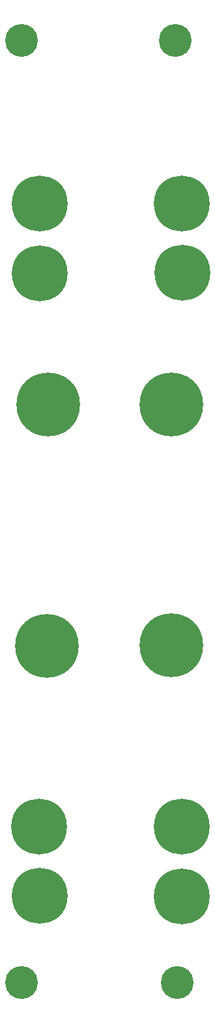
<source format=gts>
G04 MADE WITH FRITZING*
G04 WWW.FRITZING.ORG*
G04 DOUBLE SIDED*
G04 HOLES PLATED*
G04 CONTOUR ON CENTER OF CONTOUR VECTOR*
%ASAXBY*%
%FSLAX23Y23*%
%MOIN*%
%OFA0B0*%
%SFA1.0B1.0*%
%ADD10C,0.324961*%
%ADD11C,0.167480*%
%ADD12C,0.285591*%
%LNMASK1*%
G90*
G70*
G54D10*
X903Y3085D03*
X270Y3085D03*
G54D11*
X136Y4945D03*
X930Y133D03*
X135Y133D03*
X921Y4945D03*
G54D10*
X902Y1856D03*
G54D12*
X228Y3755D03*
X958Y3758D03*
X228Y4111D03*
X956Y4111D03*
X226Y929D03*
X228Y576D03*
X956Y927D03*
X956Y572D03*
G54D10*
X266Y1850D03*
G04 End of Mask1*
M02*
</source>
